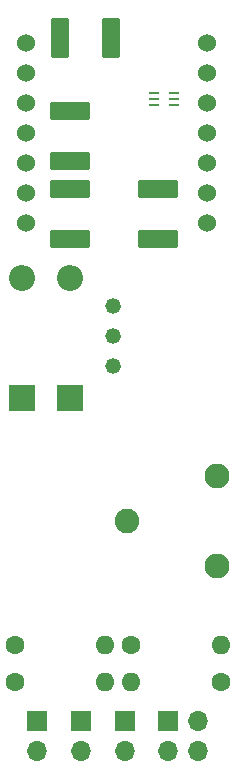
<source format=gts>
%TF.GenerationSoftware,KiCad,Pcbnew,7.0.10*%
%TF.CreationDate,2024-06-11T23:19:59-07:00*%
%TF.ProjectId,NB002-NGP,4e423030-322d-44e4-9750-2e6b69636164,rev?*%
%TF.SameCoordinates,Original*%
%TF.FileFunction,Soldermask,Top*%
%TF.FilePolarity,Negative*%
%FSLAX46Y46*%
G04 Gerber Fmt 4.6, Leading zero omitted, Abs format (unit mm)*
G04 Created by KiCad (PCBNEW 7.0.10) date 2024-06-11 23:19:59*
%MOMM*%
%LPD*%
G01*
G04 APERTURE LIST*
G04 Aperture macros list*
%AMRoundRect*
0 Rectangle with rounded corners*
0 $1 Rounding radius*
0 $2 $3 $4 $5 $6 $7 $8 $9 X,Y pos of 4 corners*
0 Add a 4 corners polygon primitive as box body*
4,1,4,$2,$3,$4,$5,$6,$7,$8,$9,$2,$3,0*
0 Add four circle primitives for the rounded corners*
1,1,$1+$1,$2,$3*
1,1,$1+$1,$4,$5*
1,1,$1+$1,$6,$7*
1,1,$1+$1,$8,$9*
0 Add four rect primitives between the rounded corners*
20,1,$1+$1,$2,$3,$4,$5,0*
20,1,$1+$1,$4,$5,$6,$7,0*
20,1,$1+$1,$6,$7,$8,$9,0*
20,1,$1+$1,$8,$9,$2,$3,0*%
G04 Aperture macros list end*
%ADD10R,2.200000X2.200000*%
%ADD11O,2.200000X2.200000*%
%ADD12R,1.700000X1.700000*%
%ADD13O,1.700000X1.700000*%
%ADD14R,0.812800X0.228600*%
%ADD15RoundRect,0.250000X1.450000X-0.537500X1.450000X0.537500X-1.450000X0.537500X-1.450000X-0.537500X0*%
%ADD16C,1.320800*%
%ADD17C,1.600000*%
%ADD18O,1.600000X1.600000*%
%ADD19RoundRect,0.250000X-0.537500X-1.450000X0.537500X-1.450000X0.537500X1.450000X-0.537500X1.450000X0*%
%ADD20C,2.082800*%
%ADD21C,2.109000*%
%ADD22C,1.524000*%
G04 APERTURE END LIST*
D10*
%TO.C,D1*%
X117600000Y-107880000D03*
D11*
X117600000Y-97720000D03*
%TD*%
D12*
%TO.C,SW2*%
X118900000Y-135225000D03*
D13*
X118900000Y-137765000D03*
%TD*%
D14*
%TO.C,H1*%
X128798200Y-82100002D03*
X128798200Y-82600001D03*
X128798200Y-83100000D03*
X130500000Y-83100000D03*
X130500000Y-82600001D03*
X130500000Y-82100002D03*
%TD*%
D15*
%TO.C,C2*%
X121700000Y-87837500D03*
X121700000Y-83562500D03*
%TD*%
%TO.C,C1*%
X129100000Y-94437500D03*
X129100000Y-90162500D03*
%TD*%
D16*
%TO.C,SW1*%
X125324900Y-102600000D03*
X125324900Y-100060000D03*
X125324900Y-105140000D03*
%TD*%
D12*
%TO.C,U2*%
X130000000Y-135260000D03*
D13*
X132540000Y-135260000D03*
X130000000Y-137800000D03*
X132540000Y-137800000D03*
%TD*%
D12*
%TO.C,B4*%
X126300000Y-135225000D03*
D13*
X126300000Y-137765000D03*
%TD*%
D17*
%TO.C,R4*%
X117025100Y-128800000D03*
D18*
X124645100Y-128800000D03*
%TD*%
D19*
%TO.C,C4*%
X120862500Y-77400000D03*
X125137500Y-77400000D03*
%TD*%
D20*
%TO.C,F1*%
X126500000Y-118300000D03*
D21*
X134120000Y-114490000D03*
X134120000Y-122110000D03*
%TD*%
D17*
%TO.C,R2*%
X126835100Y-128800000D03*
D18*
X134455100Y-128800000D03*
%TD*%
D12*
%TO.C,M1*%
X122600000Y-135225000D03*
D13*
X122600000Y-137765000D03*
%TD*%
D10*
%TO.C,D2*%
X121700000Y-107880000D03*
D11*
X121700000Y-97720000D03*
%TD*%
D17*
%TO.C,R1*%
X117035100Y-131900000D03*
D18*
X124655100Y-131900000D03*
%TD*%
D22*
%TO.C,U4*%
X117957500Y-77830400D03*
X117957500Y-80370400D03*
X117957500Y-82910400D03*
X117957500Y-85450400D03*
X133257500Y-82910400D03*
X117957500Y-87990400D03*
X117957500Y-90530400D03*
X133257500Y-77830400D03*
X117957500Y-93070400D03*
X133257500Y-93070400D03*
X133257500Y-90530400D03*
X133257500Y-87990400D03*
X133257500Y-85450400D03*
X133257500Y-80370400D03*
%TD*%
D17*
%TO.C,R3*%
X134455100Y-131900000D03*
D18*
X126835100Y-131900000D03*
%TD*%
D15*
%TO.C,C3*%
X121700000Y-94437500D03*
X121700000Y-90162500D03*
%TD*%
M02*

</source>
